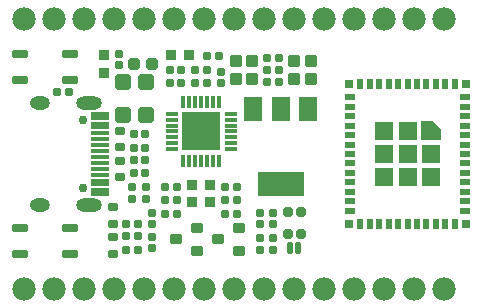
<source format=gts>
G04*
G04 #@! TF.GenerationSoftware,Altium Limited,Altium Designer,19.1.5 (86)*
G04*
G04 Layer_Color=8388736*
%FSLAX25Y25*%
%MOIN*%
G70*
G01*
G75*
%ADD40R,0.01975X0.03550*%
%ADD41R,0.03550X0.01975*%
%ADD42R,0.06109X0.06109*%
%ADD43R,0.03156X0.03156*%
G04:AMPARAMS|DCode=44|XSize=20mil|YSize=39mil|CornerRadius=4.4mil|HoleSize=0mil|Usage=FLASHONLY|Rotation=180.000|XOffset=0mil|YOffset=0mil|HoleType=Round|Shape=RoundedRectangle|*
%AMROUNDEDRECTD44*
21,1,0.02000,0.03020,0,0,180.0*
21,1,0.01120,0.03900,0,0,180.0*
1,1,0.00880,-0.00560,0.01510*
1,1,0.00880,0.00560,0.01510*
1,1,0.00880,0.00560,-0.01510*
1,1,0.00880,-0.00560,-0.01510*
%
%ADD44ROUNDEDRECTD44*%
%ADD45O,0.04337X0.01581*%
%ADD46O,0.01581X0.04337*%
%ADD47R,0.12802X0.12802*%
G04:AMPARAMS|DCode=48|XSize=35.58mil|YSize=42.27mil|CornerRadius=9.89mil|HoleSize=0mil|Usage=FLASHONLY|Rotation=270.000|XOffset=0mil|YOffset=0mil|HoleType=Round|Shape=RoundedRectangle|*
%AMROUNDEDRECTD48*
21,1,0.03558,0.02248,0,0,270.0*
21,1,0.01579,0.04227,0,0,270.0*
1,1,0.01979,-0.01124,-0.00789*
1,1,0.01979,-0.01124,0.00789*
1,1,0.01979,0.01124,0.00789*
1,1,0.01979,0.01124,-0.00789*
%
%ADD48ROUNDEDRECTD48*%
G04:AMPARAMS|DCode=49|XSize=27.62mil|YSize=27.62mil|CornerRadius=4.36mil|HoleSize=0mil|Usage=FLASHONLY|Rotation=180.000|XOffset=0mil|YOffset=0mil|HoleType=Round|Shape=RoundedRectangle|*
%AMROUNDEDRECTD49*
21,1,0.02762,0.01890,0,0,180.0*
21,1,0.01890,0.02762,0,0,180.0*
1,1,0.00872,-0.00945,0.00945*
1,1,0.00872,0.00945,0.00945*
1,1,0.00872,0.00945,-0.00945*
1,1,0.00872,-0.00945,-0.00945*
%
%ADD49ROUNDEDRECTD49*%
G04:AMPARAMS|DCode=50|XSize=27.62mil|YSize=27.62mil|CornerRadius=4.36mil|HoleSize=0mil|Usage=FLASHONLY|Rotation=90.000|XOffset=0mil|YOffset=0mil|HoleType=Round|Shape=RoundedRectangle|*
%AMROUNDEDRECTD50*
21,1,0.02762,0.01890,0,0,90.0*
21,1,0.01890,0.02762,0,0,90.0*
1,1,0.00872,0.00945,0.00945*
1,1,0.00872,0.00945,-0.00945*
1,1,0.00872,-0.00945,-0.00945*
1,1,0.00872,-0.00945,0.00945*
%
%ADD50ROUNDEDRECTD50*%
G04:AMPARAMS|DCode=51|XSize=27.62mil|YSize=31.56mil|CornerRadius=4.95mil|HoleSize=0mil|Usage=FLASHONLY|Rotation=270.000|XOffset=0mil|YOffset=0mil|HoleType=Round|Shape=RoundedRectangle|*
%AMROUNDEDRECTD51*
21,1,0.02762,0.02165,0,0,270.0*
21,1,0.01772,0.03156,0,0,270.0*
1,1,0.00991,-0.01083,-0.00886*
1,1,0.00991,-0.01083,0.00886*
1,1,0.00991,0.01083,0.00886*
1,1,0.00991,0.01083,-0.00886*
%
%ADD51ROUNDEDRECTD51*%
G04:AMPARAMS|DCode=52|XSize=61.09mil|YSize=15.81mil|CornerRadius=4.95mil|HoleSize=0mil|Usage=FLASHONLY|Rotation=0.000|XOffset=0mil|YOffset=0mil|HoleType=Round|Shape=RoundedRectangle|*
%AMROUNDEDRECTD52*
21,1,0.06109,0.00591,0,0,0.0*
21,1,0.05118,0.01581,0,0,0.0*
1,1,0.00991,0.02559,-0.00295*
1,1,0.00991,-0.02559,-0.00295*
1,1,0.00991,-0.02559,0.00295*
1,1,0.00991,0.02559,0.00295*
%
%ADD52ROUNDEDRECTD52*%
G04:AMPARAMS|DCode=53|XSize=51.24mil|YSize=51.24mil|CornerRadius=7.91mil|HoleSize=0mil|Usage=FLASHONLY|Rotation=90.000|XOffset=0mil|YOffset=0mil|HoleType=Round|Shape=RoundedRectangle|*
%AMROUNDEDRECTD53*
21,1,0.05124,0.03543,0,0,90.0*
21,1,0.03543,0.05124,0,0,90.0*
1,1,0.01581,0.01772,0.01772*
1,1,0.01581,0.01772,-0.01772*
1,1,0.01581,-0.01772,-0.01772*
1,1,0.01581,-0.01772,0.01772*
%
%ADD53ROUNDEDRECTD53*%
G04:AMPARAMS|DCode=54|XSize=51.24mil|YSize=51.24mil|CornerRadius=7.91mil|HoleSize=0mil|Usage=FLASHONLY|Rotation=180.000|XOffset=0mil|YOffset=0mil|HoleType=Round|Shape=RoundedRectangle|*
%AMROUNDEDRECTD54*
21,1,0.05124,0.03543,0,0,180.0*
21,1,0.03543,0.05124,0,0,180.0*
1,1,0.01581,-0.01772,0.01772*
1,1,0.01581,0.01772,0.01772*
1,1,0.01581,0.01772,-0.01772*
1,1,0.01581,-0.01772,-0.01772*
%
%ADD54ROUNDEDRECTD54*%
G04:AMPARAMS|DCode=55|XSize=35.5mil|YSize=35.5mil|CornerRadius=5.15mil|HoleSize=0mil|Usage=FLASHONLY|Rotation=0.000|XOffset=0mil|YOffset=0mil|HoleType=Round|Shape=RoundedRectangle|*
%AMROUNDEDRECTD55*
21,1,0.03550,0.02520,0,0,0.0*
21,1,0.02520,0.03550,0,0,0.0*
1,1,0.01030,0.01260,-0.01260*
1,1,0.01030,-0.01260,-0.01260*
1,1,0.01030,-0.01260,0.01260*
1,1,0.01030,0.01260,0.01260*
%
%ADD55ROUNDEDRECTD55*%
G04:AMPARAMS|DCode=56|XSize=39mil|YSize=39mil|CornerRadius=5.5mil|HoleSize=0mil|Usage=FLASHONLY|Rotation=270.000|XOffset=0mil|YOffset=0mil|HoleType=Round|Shape=RoundedRectangle|*
%AMROUNDEDRECTD56*
21,1,0.03900,0.02800,0,0,270.0*
21,1,0.02800,0.03900,0,0,270.0*
1,1,0.01100,-0.01400,-0.01400*
1,1,0.01100,-0.01400,0.01400*
1,1,0.01100,0.01400,0.01400*
1,1,0.01100,0.01400,-0.01400*
%
%ADD56ROUNDEDRECTD56*%
%ADD57R,0.06306X0.08274*%
%ADD58R,0.15361X0.08274*%
G04:AMPARAMS|DCode=59|XSize=39mil|YSize=39mil|CornerRadius=6.38mil|HoleSize=0mil|Usage=FLASHONLY|Rotation=180.000|XOffset=0mil|YOffset=0mil|HoleType=Round|Shape=RoundedRectangle|*
%AMROUNDEDRECTD59*
21,1,0.03900,0.02625,0,0,180.0*
21,1,0.02625,0.03900,0,0,180.0*
1,1,0.01275,-0.01313,0.01313*
1,1,0.01275,0.01313,0.01313*
1,1,0.01275,0.01313,-0.01313*
1,1,0.01275,-0.01313,-0.01313*
%
%ADD59ROUNDEDRECTD59*%
G04:AMPARAMS|DCode=60|XSize=35.5mil|YSize=35.5mil|CornerRadius=5.15mil|HoleSize=0mil|Usage=FLASHONLY|Rotation=90.000|XOffset=0mil|YOffset=0mil|HoleType=Round|Shape=RoundedRectangle|*
%AMROUNDEDRECTD60*
21,1,0.03550,0.02520,0,0,90.0*
21,1,0.02520,0.03550,0,0,90.0*
1,1,0.01030,0.01260,0.01260*
1,1,0.01030,0.01260,-0.01260*
1,1,0.01030,-0.01260,-0.01260*
1,1,0.01030,-0.01260,0.01260*
%
%ADD60ROUNDEDRECTD60*%
G04:AMPARAMS|DCode=61|XSize=29.59mil|YSize=51.24mil|CornerRadius=5.2mil|HoleSize=0mil|Usage=FLASHONLY|Rotation=90.000|XOffset=0mil|YOffset=0mil|HoleType=Round|Shape=RoundedRectangle|*
%AMROUNDEDRECTD61*
21,1,0.02959,0.04085,0,0,90.0*
21,1,0.01919,0.05124,0,0,90.0*
1,1,0.01040,0.02042,0.00960*
1,1,0.01040,0.02042,-0.00960*
1,1,0.01040,-0.02042,-0.00960*
1,1,0.01040,-0.02042,0.00960*
%
%ADD61ROUNDEDRECTD61*%
G04:AMPARAMS|DCode=62|XSize=31.56mil|YSize=31.56mil|CornerRadius=6.13mil|HoleSize=0mil|Usage=FLASHONLY|Rotation=270.000|XOffset=0mil|YOffset=0mil|HoleType=Round|Shape=RoundedRectangle|*
%AMROUNDEDRECTD62*
21,1,0.03156,0.01929,0,0,270.0*
21,1,0.01929,0.03156,0,0,270.0*
1,1,0.01227,-0.00965,-0.00965*
1,1,0.01227,-0.00965,0.00965*
1,1,0.01227,0.00965,0.00965*
1,1,0.01227,0.00965,-0.00965*
%
%ADD62ROUNDEDRECTD62*%
%ADD63C,0.07800*%
%ADD64O,0.06699X0.04337*%
%ADD65O,0.08668X0.04337*%
%ADD66C,0.02959*%
G36*
X137362Y4528D02*
Y11024D01*
X141260D01*
X143858Y8425D01*
Y4528D01*
X137362D01*
D02*
G37*
D40*
X148583Y23228D02*
D03*
X145433D02*
D03*
X142283D02*
D03*
X139134D02*
D03*
X135984D02*
D03*
X132835D02*
D03*
X129685D02*
D03*
X126535D02*
D03*
X123386D02*
D03*
X120236D02*
D03*
X117087D02*
D03*
Y-23228D02*
D03*
X120236D02*
D03*
X123386D02*
D03*
X126535D02*
D03*
X129685D02*
D03*
X132835D02*
D03*
X135984D02*
D03*
X139134D02*
D03*
X142283D02*
D03*
X145433D02*
D03*
X148583D02*
D03*
D41*
X113543Y18898D02*
D03*
Y15748D02*
D03*
Y12598D02*
D03*
Y9449D02*
D03*
Y6299D02*
D03*
Y3150D02*
D03*
Y0D02*
D03*
Y-3150D02*
D03*
Y-6299D02*
D03*
Y-9449D02*
D03*
Y-12598D02*
D03*
Y-15748D02*
D03*
Y-18898D02*
D03*
X152126D02*
D03*
Y-15748D02*
D03*
Y-12598D02*
D03*
Y-9449D02*
D03*
Y-6299D02*
D03*
Y-3150D02*
D03*
Y0D02*
D03*
Y3150D02*
D03*
Y6299D02*
D03*
Y9449D02*
D03*
Y12598D02*
D03*
Y15748D02*
D03*
Y18898D02*
D03*
D42*
X132835Y0D02*
D03*
X140610Y-7776D02*
D03*
Y0D02*
D03*
X132835Y7776D02*
D03*
X125059D02*
D03*
Y0D02*
D03*
Y-7776D02*
D03*
X132835D02*
D03*
D43*
X152323Y23425D02*
D03*
X113347D02*
D03*
Y-23425D02*
D03*
X152323D02*
D03*
D44*
X93700Y-31500D02*
D03*
X96300D02*
D03*
D45*
X73843Y1595D02*
D03*
Y3563D02*
D03*
Y5531D02*
D03*
Y7500D02*
D03*
Y9469D02*
D03*
Y11437D02*
D03*
Y13406D02*
D03*
X54158D02*
D03*
Y11437D02*
D03*
Y9469D02*
D03*
Y7500D02*
D03*
Y5531D02*
D03*
Y3563D02*
D03*
Y1595D02*
D03*
D46*
X69906Y17343D02*
D03*
X67937D02*
D03*
X65969D02*
D03*
X64000D02*
D03*
X62032D02*
D03*
X60063D02*
D03*
X58095D02*
D03*
Y-2342D02*
D03*
X60063D02*
D03*
X62032D02*
D03*
X64000D02*
D03*
X65969D02*
D03*
X67937D02*
D03*
X69906D02*
D03*
D47*
X64000Y7500D02*
D03*
D48*
X62484Y-32240D02*
D03*
Y-24760D02*
D03*
X55516Y-28500D02*
D03*
X76484Y-32240D02*
D03*
Y-24760D02*
D03*
X69516Y-28500D02*
D03*
D49*
X55968Y-20000D02*
D03*
X52031D02*
D03*
X75968D02*
D03*
X72031D02*
D03*
X42968Y-27500D02*
D03*
Y-23500D02*
D03*
X45469Y-2000D02*
D03*
Y2000D02*
D03*
X41532Y-2000D02*
D03*
Y2000D02*
D03*
Y6500D02*
D03*
X45469D02*
D03*
X53531Y28000D02*
D03*
X57468D02*
D03*
X55968Y-11000D02*
D03*
X52031D02*
D03*
X55968Y-15500D02*
D03*
X52031D02*
D03*
X86032Y32000D02*
D03*
X89969D02*
D03*
Y24000D02*
D03*
X86032D02*
D03*
Y28000D02*
D03*
X89969D02*
D03*
X19969Y20500D02*
D03*
X16032D02*
D03*
X42968Y-32000D02*
D03*
X39031D02*
D03*
X62032Y23500D02*
D03*
X65969D02*
D03*
X41532Y-6500D02*
D03*
X45469D02*
D03*
X39031Y-27500D02*
D03*
Y-23500D02*
D03*
X75968Y-11000D02*
D03*
X72031D02*
D03*
X75968Y-15500D02*
D03*
X72031D02*
D03*
X53531Y23500D02*
D03*
X57468D02*
D03*
X69968Y32500D02*
D03*
X66031D02*
D03*
X62032Y28000D02*
D03*
X65969D02*
D03*
D50*
X47500Y-27531D02*
D03*
Y-23469D02*
D03*
X45500Y-14968D02*
D03*
Y-11032D02*
D03*
X83500Y-31969D02*
D03*
Y-28032D02*
D03*
X47500Y-31468D02*
D03*
Y-19532D02*
D03*
X41000Y-14968D02*
D03*
Y-11032D02*
D03*
X83500Y-23469D02*
D03*
Y-19532D02*
D03*
X88000Y-23469D02*
D03*
Y-19532D02*
D03*
X36500Y29531D02*
D03*
Y33468D02*
D03*
X70500Y27468D02*
D03*
Y23531D02*
D03*
X88000Y-31969D02*
D03*
Y-28032D02*
D03*
D51*
X37000Y7756D02*
D03*
Y2244D02*
D03*
X34500Y-33256D02*
D03*
Y-27744D02*
D03*
Y-17744D02*
D03*
Y-23256D02*
D03*
X37000Y-7756D02*
D03*
Y-2244D02*
D03*
D52*
X30295Y-984D02*
D03*
Y984D02*
D03*
Y13287D02*
D03*
Y12106D02*
D03*
Y10089D02*
D03*
Y8907D02*
D03*
Y6890D02*
D03*
Y4921D02*
D03*
Y2953D02*
D03*
Y-2953D02*
D03*
Y-4921D02*
D03*
Y-6890D02*
D03*
Y-8907D02*
D03*
Y-10089D02*
D03*
Y-12106D02*
D03*
Y-13287D02*
D03*
D53*
X45500Y12870D02*
D03*
X38000Y24130D02*
D03*
D54*
X45500D02*
D03*
X38000Y12870D02*
D03*
D55*
X60000Y33000D02*
D03*
X54000D02*
D03*
X67000Y-10500D02*
D03*
X61000D02*
D03*
X67000Y-16000D02*
D03*
X61000D02*
D03*
D56*
X75500Y31000D02*
D03*
Y25000D02*
D03*
X95000Y31000D02*
D03*
Y25000D02*
D03*
X81000Y31000D02*
D03*
Y25000D02*
D03*
X100500Y31000D02*
D03*
Y25000D02*
D03*
D57*
X99555Y14902D02*
D03*
X90500D02*
D03*
X81445D02*
D03*
D58*
X90500Y-9902D02*
D03*
D59*
X47500Y30000D02*
D03*
X41500D02*
D03*
D60*
X31500Y33000D02*
D03*
Y27000D02*
D03*
D61*
X20465Y24768D02*
D03*
X3535D02*
D03*
X20465Y33232D02*
D03*
X3535D02*
D03*
X20465Y-33232D02*
D03*
X3535D02*
D03*
X20465Y-24768D02*
D03*
X3535D02*
D03*
D62*
X92835Y-19398D02*
D03*
X97165D02*
D03*
Y-26602D02*
D03*
X92835D02*
D03*
D63*
X145000Y45000D02*
D03*
X135000D02*
D03*
X125000D02*
D03*
X115000D02*
D03*
X105000D02*
D03*
X95000D02*
D03*
X85000D02*
D03*
X75000D02*
D03*
X65000D02*
D03*
X55000D02*
D03*
X45000D02*
D03*
X35000D02*
D03*
X25000D02*
D03*
X15000D02*
D03*
X5000D02*
D03*
X145000Y-45000D02*
D03*
X135000D02*
D03*
X125000D02*
D03*
X115000D02*
D03*
X105000D02*
D03*
X95000D02*
D03*
X85000D02*
D03*
X75000D02*
D03*
X65000D02*
D03*
X55000D02*
D03*
X45000D02*
D03*
X35000D02*
D03*
X25000D02*
D03*
X15000D02*
D03*
X5000D02*
D03*
D64*
X10236Y-17008D02*
D03*
Y17008D02*
D03*
D65*
X26693D02*
D03*
Y-17008D02*
D03*
D66*
X24606Y-11378D02*
D03*
Y11378D02*
D03*
M02*

</source>
